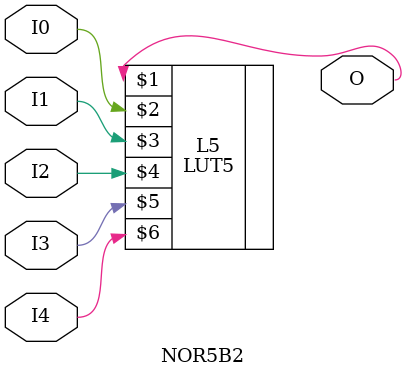
<source format=v>


`timescale  1 ps / 1 ps


module NOR5B2 (O, I0, I1, I2, I3, I4);

    output O;

    input  I0, I1, I2, I3, I4;

    LUT5 #(.INIT(32'h00000008)) L5 (O, I0, I1, I2, I3, I4);

endmodule

</source>
